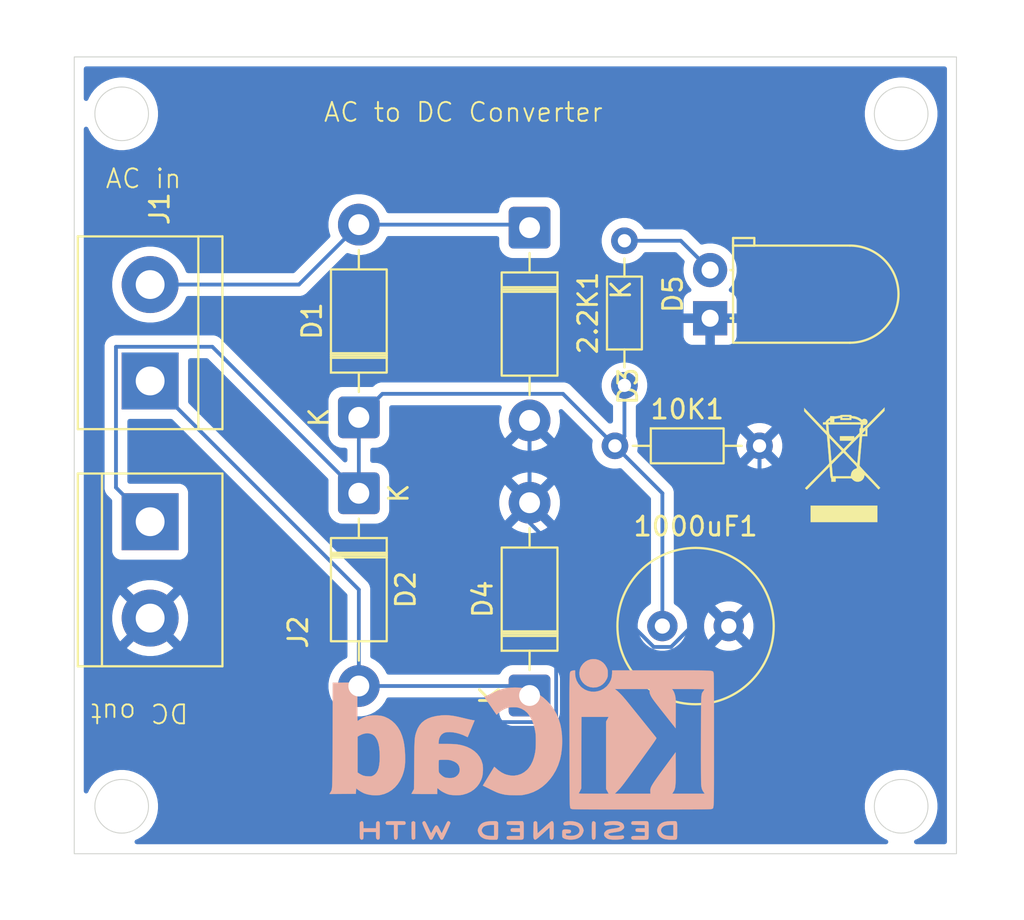
<source format=kicad_pcb>
(kicad_pcb (version 20241229) (generator "pcbnew") (generator_version "9.0")
  (layers (0 "F.Cu" signal) (2 "B.Cu" signal) (13 "F.Paste" user) (15 "B.Paste" user) (5 "F.SilkS" user "F.Silkscreen") (7 "B.SilkS" user "B.Silkscreen") (1 "F.Mask" user) (3 "B.Mask" user) (25 "Edge.Cuts" user))
  (net 0 "")
  (net 1 "Net-(D5-A)")
  (net 2 "/+VE")
  (net 3 "GND")
  (net 4 "Net-(D1-A)")
  (net 5 "Net-(D2-A)")
  (footprint "TerminalBlock:TerminalBlock_bornier-2_P5.08mm" (layer "F.Cu") (at 125.914214 100 -90)
    (property "Reference" "J2" (at 5.82 -7.8 90) (layer "F.SilkS"))
    (property "Value" "Screw_Terminal_01x02")
    (pad "1" thru_hole rect (at 0 0 270) (size 3 3) (drill 1.52) (layers "*.Cu" "*.Mask") (net 2 "/+VE"))
    (pad "2" thru_hole circle (at 5.08 0 270) (size 3 3) (drill 1.52) (layers "*.Cu" "*.Mask") (net 3 "GND"))
  )
  (footprint "Diode_THT:D_DO-41_SOD81_P10.16mm_Horizontal" (layer "F.Cu") (at 145.914214 84.5 -90)
    (property "Reference" "D3" (at 8.36 -5.19 90) (layer "F.SilkS"))
    (property "Value" "1N4007")
    (fp_text user "K" (at 3.28 -4.82 90) (layer "F.SilkS"))
    (pad "1" thru_hole roundrect (at 0 0 270) (size 2.2 2.2) (drill 1.1) (layers "*.Cu" "*.Mask") (roundrect_rratio 0.113636) (net 4 "Net-(D1-A)"))
    (pad "2" thru_hole circle (at 10.16 0 270) (size 2.2 2.2) (drill 1.1) (layers "*.Cu" "*.Mask") (net 3 "GND"))
  )
  (footprint "LED_THT:LED_D5.0mm_Horizontal_O1.27mm_Z3.0mm" (layer "F.Cu") (at 155.429214 89.275 90)
    (property "Reference" "D5" (at 1.27 -1.96 90) (layer "F.SilkS"))
    (property "Value" "LED")
    (pad "1" thru_hole rect (at 0 0 90) (size 1.8 1.8) (drill 0.9) (layers "*.Cu" "*.Mask") (net 3 "GND"))
    (pad "2" thru_hole circle (at 2.54 0 90) (size 1.8 1.8) (drill 0.9) (layers "*.Cu" "*.Mask") (net 1 "Net-(D5-A)"))
  )
  (footprint "Resistor_THT:R_Axial_DIN0204_L3.6mm_D1.6mm_P7.62mm_Horizontal" (layer "F.Cu") (at 150.414214 96)
    (property "Reference" "10K1" (at 3.81 -1.92 0) (layer "F.SilkS"))
    (property "Value" "R")
    (pad "1" thru_hole circle (at 0 0) (size 1.4 1.4) (drill 0.7) (layers "*.Cu" "*.Mask") (net 2 "/+VE"))
    (pad "2" thru_hole circle (at 7.62 0) (size 1.4 1.4) (drill 0.7) (layers "*.Cu" "*.Mask") (net 3 "GND"))
  )
  (footprint "Resistor_THT:R_Axial_DIN0204_L3.6mm_D1.6mm_P7.62mm_Horizontal" (layer "F.Cu") (at 150.914214 92.81 90)
    (property "Reference" "2.2K1" (at 3.81 -1.92 90) (layer "F.SilkS"))
    (property "Value" "R")
    (pad "1" thru_hole circle (at 0 0 90) (size 1.4 1.4) (drill 0.7) (layers "*.Cu" "*.Mask") (net 2 "/+VE"))
    (pad "2" thru_hole circle (at 7.62 0 90) (size 1.4 1.4) (drill 0.7) (layers "*.Cu" "*.Mask") (net 1 "Net-(D5-A)"))
  )
  (footprint "TerminalBlock:TerminalBlock_bornier-2_P5.08mm" (layer "F.Cu") (at 125.914214 92.58 90)
    (property "Reference" "J1" (at 9.08 0.5 90) (layer "F.SilkS"))
    (property "Value" "Screw_Terminal_01x02")
    (pad "1" thru_hole rect (at 0 0 90) (size 3 3) (drill 1.52) (layers "*.Cu" "*.Mask") (net 5 "Net-(D2-A)"))
    (pad "2" thru_hole circle (at 5.08 0 90) (size 3 3) (drill 1.52) (layers "*.Cu" "*.Mask") (net 4 "Net-(D1-A)"))
  )
  (footprint "Capacitor_THT:C_Radial_D8.0mm_H7.0mm_P3.50mm" (layer "F.Cu") (at 152.914214 105.5)
    (property "Reference" "1000uF1" (at 1.75 -5.25 0) (layer "F.SilkS"))
    (property "Value" "C")
    (pad "1" thru_hole circle (at 0 0) (size 1.6 1.6) (drill 0.8) (layers "*.Cu" "*.Mask") (net 2 "/+VE"))
    (pad "2" thru_hole circle (at 3.5 0) (size 1.6 1.6) (drill 0.8) (layers "*.Cu" "*.Mask") (net 3 "GND"))
  )
  (footprint "Diode_THT:D_DO-41_SOD81_P10.16mm_Horizontal" (layer "F.Cu") (at 136.914214 98.5 -90)
    (property "Reference" "D2" (at 5.08 -2.47 90) (layer "F.SilkS"))
    (property "Value" "1N4007")
    (fp_text user "K" (at 0 -2.1 90) (layer "F.SilkS"))
    (pad "1" thru_hole roundrect (at 0 0 270) (size 2.2 2.2) (drill 1.1) (layers "*.Cu" "*.Mask") (roundrect_rratio 0.113636) (net 2 "/+VE"))
    (pad "2" thru_hole circle (at 10.16 0 270) (size 2.2 2.2) (drill 1.1) (layers "*.Cu" "*.Mask") (net 5 "Net-(D2-A)"))
  )
  (footprint "Diode_THT:D_DO-41_SOD81_P10.16mm_Horizontal" (layer "F.Cu") (at 136.914214 94.5 90)
    (property "Reference" "D1" (at 5.08 -2.47 90) (layer "F.SilkS"))
    (property "Value" "1N4007")
    (fp_text user "K" (at 0 -2.1 90) (layer "F.SilkS"))
    (pad "1" thru_hole roundrect (at 0 0 90) (size 2.2 2.2) (drill 1.1) (layers "*.Cu" "*.Mask") (roundrect_rratio 0.113636) (net 2 "/+VE"))
    (pad "2" thru_hole circle (at 10.16 0 90) (size 2.2 2.2) (drill 1.1) (layers "*.Cu" "*.Mask") (net 4 "Net-(D1-A)"))
  )
  (footprint "Symbol:WEEE-Logo_4.2x6mm_SilkScreen" (layer "F.Cu") (at 162.5 97)
    (property "Reference" "REF**" (hide yes))
    (property "Value" "WEEE-Logo_4.2x6mm_SilkScreen" (hide yes))
  )
  (footprint "Diode_THT:D_DO-41_SOD81_P10.16mm_Horizontal" (layer "F.Cu") (at 145.914214 109.16 90)
    (property "Reference" "D4" (at 5.08 -2.47 90) (layer "F.SilkS"))
    (property "Value" "1N4007")
    (fp_text user "K" (at 0 -2.1 90) (layer "F.SilkS"))
    (pad "1" thru_hole roundrect (at 0 0 90) (size 2.2 2.2) (drill 1.1) (layers "*.Cu" "*.Mask") (roundrect_rratio 0.113636) (net 5 "Net-(D2-A)"))
    (pad "2" thru_hole circle (at 10.16 0 90) (size 2.2 2.2) (drill 1.1) (layers "*.Cu" "*.Mask") (net 3 "GND"))
  )
  (footprint "Symbol:KiCad-Logo2_8mm_SilkScreen" (layer "B.Cu") (at 145.509893 111.176424 180)
    (property "Reference" "REF**" (hide yes))
    (property "Value" "KiCad-Logo2_8mm_SilkScreen" (hide yes))
  )
  (gr_circle (center 165.5 115) (end 166.5 116) (stroke (width 0.05)) (fill no) (layer "Edge.Cuts"))
  (gr_circle (center 124.414214 78.5) (end 125.414214 79.5) (stroke (width 0.05)) (fill no) (layer "Edge.Cuts"))
  (gr_circle (center 124.414214 115) (end 125.414214 116) (stroke (width 0.05)) (fill no) (layer "Edge.Cuts"))
  (gr_circle (center 165.5 78.5) (end 166.5 79.5) (stroke (width 0.05)) (fill no) (layer "Edge.Cuts"))
  (gr_rect (start 121.914214 75.5) (end 168.414214 117.5) (stroke (width 0.05)) (fill no) (layer "Edge.Cuts"))
  (gr_text "AC in\n" (at 123.5 82.5 0) (layer "F.SilkS") (effects (font (size 1 1) (thickness 0.1)) (justify left bottom)))
  (gr_text "AC to DC Converter" (at 135 79 0) (layer "F.SilkS") (effects (font (size 1 1) (thickness 0.1)) (justify left bottom)))
  (gr_text "DC out" (at 128 109.5 180) (layer "F.SilkS") (effects (font (size 1 1) (thickness 0.1)) (justify left bottom)))
  (segment (start 150.914214 85.19) (end 153.884214 85.19) (width 0.2) (layer "B.Cu") (net 1))
  (segment (start 153.884214 85.19) (end 155.429214 86.735) (width 0.2) (layer "B.Cu") (net 1))
  (segment (start 124.113214 98.199) (end 124.113214 90.779) (width 0.2) (layer "B.Cu") (net 2))
  (segment (start 125.914214 100) (end 124.113214 98.199) (width 0.2) (layer "B.Cu") (net 2))
  (segment (start 124.113214 90.779) (end 129.193214 90.779) (width 0.2) (layer "B.Cu") (net 2))
  (segment (start 147.673214 93.259) (end 150.414214 96) (width 0.2) (layer "B.Cu") (net 2))
  (segment (start 129.193214 90.779) (end 136.914214 98.5) (width 0.2) (layer "B.Cu") (net 2))
  (segment (start 152.914214 105.5) (end 152.914214 98.5) (width 0.2) (layer "B.Cu") (net 2))
  (segment (start 150.914214 92.81) (end 150.914214 95.5) (width 0.2) (layer "B.Cu") (net 2))
  (segment (start 152.914214 98.5) (end 150.414214 96) (width 0.2) (layer "B.Cu") (net 2))
  (segment (start 138.155214 93.259) (end 147.673214 93.259) (width 0.2) (layer "B.Cu") (net 2))
  (segment (start 150.914214 95.5) (end 150.414214 96) (width 0.2) (layer "B.Cu") (net 2))
  (segment (start 136.914214 94.5) (end 138.155214 93.259) (width 0.2) (layer "B.Cu") (net 2))
  (segment (start 136.914214 94.5) (end 136.914214 98.5) (width 0.2) (layer "B.Cu") (net 2))
  (segment (start 131.395214 110.561) (end 146.999374 110.561) (width 0.2) (layer "B.Cu") (net 3))
  (segment (start 145.914214 94.66) (end 145.914214 100.05705) (width 0.2) (layer "B.Cu") (net 3))
  (segment (start 158.034214 96) (end 158.034214 103.88) (width 0.2) (layer "B.Cu") (net 3))
  (segment (start 145.914214 94.66) (end 145.914214 99) (width 0.2) (layer "B.Cu") (net 3))
  (segment (start 147.315214 110.24516) (end 147.315214 100.401) (width 0.2) (layer "B.Cu") (net 3))
  (segment (start 152.458164 106.601) (end 153.370264 106.601) (width 0.2) (layer "B.Cu") (net 3))
  (segment (start 155.429214 93.395) (end 158.034214 96) (width 0.2) (layer "B.Cu") (net 3))
  (segment (start 125.914214 105.08) (end 131.395214 110.561) (width 0.2) (layer "B.Cu") (net 3))
  (segment (start 147.315214 100.401) (end 145.914214 99) (width 0.2) (layer "B.Cu") (net 3))
  (segment (start 145.914214 100.05705) (end 152.458164 106.601) (width 0.2) (layer "B.Cu") (net 3))
  (segment (start 158.034214 101.93705) (end 158.034214 96) (width 0.2) (layer "B.Cu") (net 3))
  (segment (start 158.034214 103.88) (end 156.414214 105.5) (width 0.2) (layer "B.Cu") (net 3))
  (segment (start 153.370264 106.601) (end 158.034214 101.93705) (width 0.2) (layer "B.Cu") (net 3))
  (segment (start 146.999374 110.561) (end 147.315214 110.24516) (width 0.2) (layer "B.Cu") (net 3))
  (segment (start 155.429214 89.275) (end 155.429214 93.395) (width 0.2) (layer "B.Cu") (net 3))
  (segment (start 125.914214 87.5) (end 133.754214 87.5) (width 0.2) (layer "B.Cu") (net 4))
  (segment (start 145.754214 84.34) (end 145.914214 84.5) (width 0.2) (layer "B.Cu") (net 4))
  (segment (start 136.914214 84.34) (end 145.754214 84.34) (width 0.2) (layer "B.Cu") (net 4))
  (segment (start 133.754214 87.5) (end 136.914214 84.34) (width 0.2) (layer "B.Cu") (net 4))
  (segment (start 125.914214 92.58) (end 136.914214 103.58) (width 0.2) (layer "B.Cu") (net 5))
  (segment (start 136.914214 108.66) (end 145.414214 108.66) (width 0.2) (layer "B.Cu") (net 5))
  (segment (start 136.914214 103.58) (end 136.914214 108.66) (width 0.2) (layer "B.Cu") (net 5))
  (segment (start 145.414214 108.66) (end 145.914214 109.16) (width 0.2) (layer "B.Cu") (net 5))
  (zone (net 3) (net_name "GND") (layer "B.Cu") (connect_pads (clearance 0.5)) (min_thickness 0.25) (fill yes (thermal_gap 0.5) (thermal_bridge_width 0.5))
    (polygon (pts (xy 119.5 72.5) (xy 172 72.5) (xy 172 119.5) (xy 170.5 121) (xy 118.5 121) (xy 118 120.5) (xy 118 74)))
  )
)
</source>
